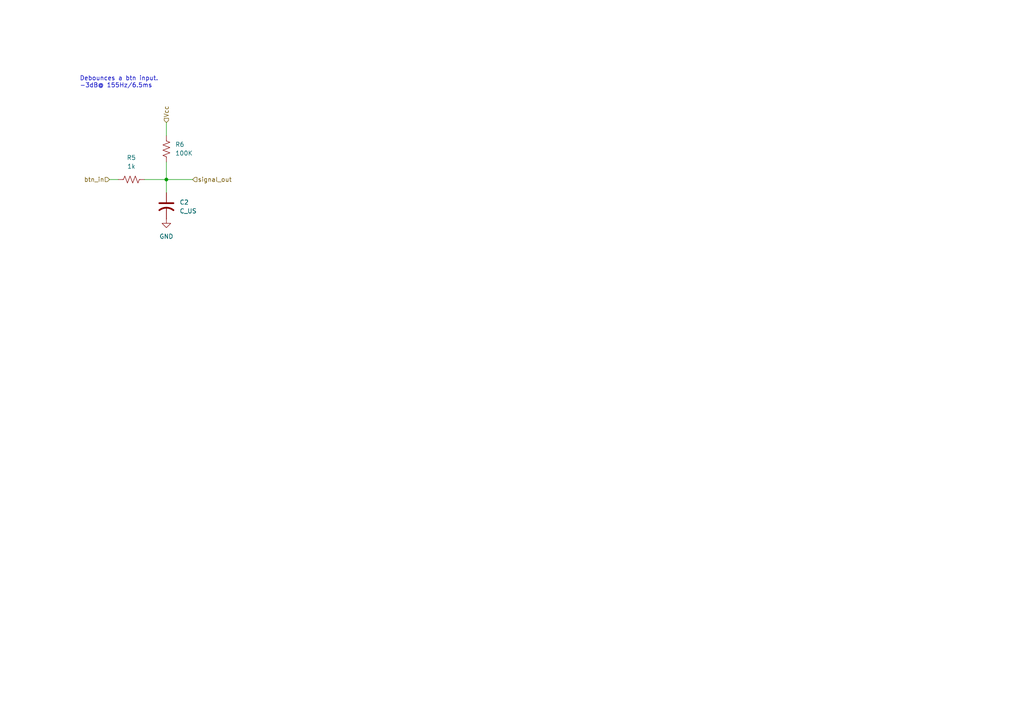
<source format=kicad_sch>
(kicad_sch (version 20250114) (generator "eeschema") (generator_version "9.0")
  (paper "A4")
  (lib_symbols
    (symbol "Device:C_US" (pin_numbers (hide yes)) (pin_names (offset 0.254) (hide yes))
      (property "Reference" "C" (at 0.635 2.54 0))
      (property "Value" "C_US" (at 0.635 -2.54 0))
      (symbol "C_US_0_1"
        (polyline (pts (xy -2.032 0.762) (xy 2.032 0.762)) (stroke (width 0.508)))
        (arc (start -2.032 -1.27) (mid 0 -0.5572) (end 2.032 -1.27) (stroke (width 0.508)))
      )
      (symbol "C_US_1_1"
        (pin passive line (at 0 3.81 270) (length 2.794) (name "~") (number "1"))
        (pin passive line (at 0 -3.81 90) (length 3.302) (name "~") (number "2"))
      )
    )
    (symbol "Device:R_US" (pin_numbers (hide yes)) (pin_names (offset 0))
      (property "Reference" "R" (at 2.54 0 90))
      (property "Value" "R_US" (at -2.54 0 90))
      (symbol "R_US_0_1"
        (polyline (pts (xy 0 2.286) (xy 0 2.54)))
        (polyline (pts (xy 0 2.286) (xy 1.016 1.905) (xy 0 1.524) (xy -1.016 1.143) (xy 0 0.762)))
        (polyline (pts (xy 0 0.762) (xy 1.016 0.381) (xy 0 0) (xy -1.016 -0.381) (xy 0 -0.762)))
        (polyline (pts (xy 0 -0.762) (xy 1.016 -1.143) (xy 0 -1.524) (xy -1.016 -1.905) (xy 0 -2.286)))
        (polyline (pts (xy 0 -2.286) (xy 0 -2.54)))
      )
      (symbol "R_US_1_1"
        (pin passive line (at 0 3.81 270) (length 1.27) (name "~") (number "1"))
        (pin passive line (at 0 -3.81 90) (length 1.27) (name "~") (number "2"))
      )
    )
    (symbol "power:GND" (power) (pin_numbers (hide yes)) (pin_names (offset 0) (hide yes))
      (property "Value" "GND" (at 0 -3.81 0))
      (symbol "GND_0_1"
        (polyline (pts (xy 0 0) (xy 0 -1.27) (xy 1.27 -1.27) (xy 0 -2.54) (xy -1.27 -1.27) (xy 0 -1.27)))
      )
      (symbol "GND_1_1"
        (pin power_in line (at 0 0 270) (length 0) (name "~") (number "1"))
      )
    )
  )
  (text "Debounces a btn input.\n-3dB@ 155Hz/6.5ms" (at 23.114 23.876 0) (effects (font (size 1.27 1.27)) (justify left)))
  (junction (at 48.26 52.07))
  (wire (pts (xy 48.26 35.56) (xy 48.26 39.37)))
  (wire (pts (xy 55.88 52.07) (xy 48.26 52.07)))
  (wire (pts (xy 41.91 52.07) (xy 48.26 52.07)))
  (wire (pts (xy 48.26 52.07) (xy 48.26 55.88)))
  (wire (pts (xy 48.26 46.99) (xy 48.26 52.07)))
  (wire (pts (xy 31.75 52.07) (xy 34.29 52.07)))
  (hierarchical_label "btn_in" (shape input) (at 31.75 52.07 180))
  (hierarchical_label "Vcc" (shape input) (at 48.26 35.56 90))
  (hierarchical_label "signal_out" (shape input) (at 55.88 52.07 0))
  (symbol (lib_id "Device:R_US") (at 38.1 52.07 90) (unit 1)
    (property "Reference" "R5" (at 38.1 45.72 90))
    (property "Value" "1k" (at 38.1 48.26 90))
    (property "Description" "Resistor, US symbol" (effects (hide yes)))
    (instances (project "sb_handheld" (path "" (reference "R5") (unit 1)) (path "" (reference "R29") (unit 1)) (path "" (reference "R27") (unit 1)) (path "" (reference "R25") (unit 1)) (path "" (reference "R19") (unit 1)) (path "" (reference "R21") (unit 1)) (path "" (reference "R31") (unit 1)) (path "" (reference "R9") (unit 1)) (path "" (reference "R11") (unit 1)) (path "" (reference "R15") (unit 1)) (path "" (reference "R3") (unit 1)) (path "" (reference "R7") (unit 1)) (path "" (reference "R17") (unit 1)) (path "" (reference "R13") (unit 1))))
  )
  (symbol (lib_id "power:GND") (at 48.26 63.5 0) (unit 1)
    (property "Reference" "#PWR030" (effects (hide yes)))
    (property "Value" "GND" (at 48.26 68.58 0))
    (property "Description" "Power symbol creates a global label with name \"GND\" , ground" (effects (hide yes)))
    (instances (project "sb_handheld" (path "" (reference "#PWR030") (unit 1)) (path "" (reference "#PWR072") (unit 1)) (path "" (reference "#PWR071") (unit 1)) (path "" (reference "#PWR070") (unit 1)) (path "" (reference "#PWR067") (unit 1)) (path "" (reference "#PWR068") (unit 1)) (path "" (reference "#PWR073") (unit 1)) (path "" (reference "#PWR034") (unit 1)) (path "" (reference "#PWR038") (unit 1)) (path "" (reference "#PWR042") (unit 1)) (path "" (reference "#PWR035") (unit 1)) (path "" (reference "#PWR032") (unit 1)) (path "" (reference "#PWR044") (unit 1)) (path "" (reference "#PWR040") (unit 1))))
  )
  (symbol (lib_id "Device:R_US") (at 48.26 43.18 0) (unit 1)
    (property "Reference" "R6" (at 50.8 41.9099 0) (effects (justify left)))
    (property "Value" "100K" (at 50.8 44.4499 0) (effects (justify left)))
    (property "Description" "Resistor, US symbol" (effects (hide yes)))
    (instances (project "sb_handheld" (path "" (reference "R6") (unit 1)) (path "" (reference "R30") (unit 1)) (path "" (reference "R28") (unit 1)) (path "" (reference "R26") (unit 1)) (path "" (reference "R20") (unit 1)) (path "" (reference "R22") (unit 1)) (path "" (reference "R32") (unit 1)) (path "" (reference "R10") (unit 1)) (path "" (reference "R12") (unit 1)) (path "" (reference "R16") (unit 1)) (path "" (reference "R4") (unit 1)) (path "" (reference "R8") (unit 1)) (path "" (reference "R18") (unit 1)) (path "" (reference "R14") (unit 1))))
  )
  (symbol (lib_id "Device:C_US") (at 48.26 59.69 0) (unit 1)
    (property "Reference" "C2" (at 52.07 58.6739 0) (effects (justify left)))
    (property "Value" "C_US" (at 52.07 61.2139 0) (effects (justify left)))
    (property "Description" "capacitor, US symbol" (effects (hide yes)))
    (instances (project "sb_handheld" (path "" (reference "C2") (unit 1)) (path "" (reference "C14") (unit 1)) (path "" (reference "C13") (unit 1)) (path "" (reference "C12") (unit 1)) (path "" (reference "C9") (unit 1)) (path "" (reference "C10") (unit 1)) (path "" (reference "C15") (unit 1)) (path "" (reference "C4") (unit 1)) (path "" (reference "C5") (unit 1)) (path "" (reference "C7") (unit 1)) (path "" (reference "C1") (unit 1)) (path "" (reference "C3") (unit 1)) (path "" (reference "C8") (unit 1)) (path "" (reference "C6") (unit 1))))
  )
)
</source>
